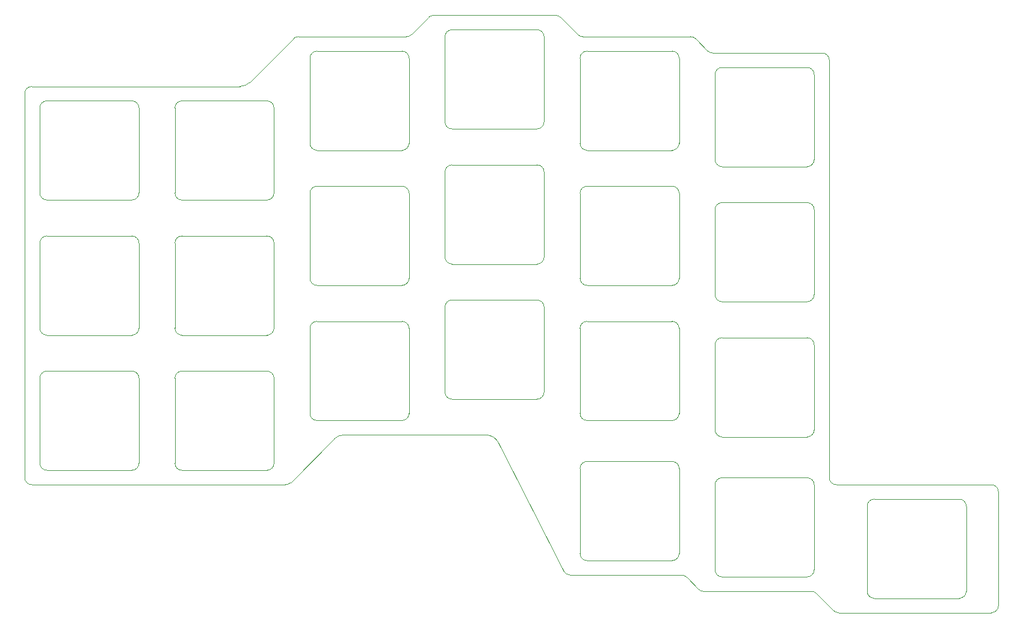
<source format=gm1>
G04 #@! TF.GenerationSoftware,KiCad,Pcbnew,7.0.2*
G04 #@! TF.CreationDate,2023-04-26T23:41:49+03:00*
G04 #@! TF.ProjectId,mriya-top-plate,6d726979-612d-4746-9f70-2d706c617465,0.9*
G04 #@! TF.SameCoordinates,Original*
G04 #@! TF.FileFunction,Profile,NP*
%FSLAX46Y46*%
G04 Gerber Fmt 4.6, Leading zero omitted, Abs format (unit mm)*
G04 Created by KiCad (PCBNEW 7.0.2) date 2023-04-26 23:41:49*
%MOMM*%
%LPD*%
G01*
G04 APERTURE LIST*
G04 #@! TA.AperFunction,Profile*
%ADD10C,0.100000*%
G04 #@! TD*
G04 #@! TA.AperFunction,Profile*
%ADD11C,0.120000*%
G04 #@! TD*
G04 APERTURE END LIST*
D10*
X145007100Y-121107114D02*
G75*
G03*
X145714214Y-121400000I707100J707114D01*
G01*
X144592893Y-43692893D02*
X146307107Y-45407107D01*
X95128427Y-99400000D02*
X115072309Y-99400000D01*
X164007121Y-124107093D02*
G75*
G03*
X164714214Y-124400000I707079J706993D01*
G01*
X143292879Y-119392907D02*
G75*
G03*
X142585786Y-119100000I-707079J-706993D01*
G01*
X51200000Y-106400000D02*
X86885786Y-106400000D01*
X126022151Y-118552637D02*
X116855699Y-100494726D01*
X161592879Y-121692907D02*
G75*
G03*
X160885786Y-121400000I-707079J-706993D01*
G01*
X164400000Y-106400000D02*
X186200000Y-106400000D01*
X163400000Y-46700000D02*
X163400000Y-105400000D01*
X87592893Y-106107107D02*
X93714214Y-99985786D01*
X164007107Y-124107107D02*
X161592893Y-121692893D01*
X95128427Y-99399978D02*
G75*
G03*
X93714214Y-99985786I73J-2000122D01*
G01*
X51200000Y-50400000D02*
X80471573Y-50400000D01*
X146307121Y-45407093D02*
G75*
G03*
X147014214Y-45700000I707079J706993D01*
G01*
X116855692Y-100494730D02*
G75*
G03*
X115072309Y-99400000I-1783392J-905270D01*
G01*
X145714214Y-121400000D02*
X160885786Y-121400000D01*
X107714214Y-40400000D02*
X124885786Y-40400000D01*
X88714214Y-43400000D02*
X103885786Y-43400000D01*
X107714214Y-40400039D02*
G75*
G03*
X107007107Y-40692893I-14J-1000061D01*
G01*
X187200000Y-123400000D02*
X187200000Y-107400000D01*
X86885786Y-106399961D02*
G75*
G03*
X87592893Y-106107107I14J1000061D01*
G01*
X125592893Y-40692893D02*
X128007107Y-43107107D01*
X107007107Y-40692893D02*
X104592893Y-43107107D01*
X163400000Y-46700000D02*
G75*
G03*
X162400000Y-45700000I-1000000J0D01*
G01*
X126022163Y-118552631D02*
G75*
G03*
X126913846Y-119100000I891637J452531D01*
G01*
X186200000Y-124400000D02*
G75*
G03*
X187200000Y-123400000I0J1000000D01*
G01*
X88007107Y-43692893D02*
X81885786Y-49814214D01*
X144592879Y-43692907D02*
G75*
G03*
X143885786Y-43400000I-707079J-706993D01*
G01*
X128007121Y-43107093D02*
G75*
G03*
X128714214Y-43400000I707079J706993D01*
G01*
X128714214Y-43400000D02*
X143885786Y-43400000D01*
X51200000Y-50400000D02*
G75*
G03*
X50200000Y-51400000I0J-1000000D01*
G01*
X145007107Y-121107107D02*
X143292893Y-119392893D01*
X50200000Y-51400000D02*
X50200000Y-105400000D01*
X164714214Y-124400000D02*
X186200000Y-124400000D01*
X125592900Y-40692886D02*
G75*
G03*
X124885786Y-40400000I-707100J-707114D01*
G01*
X103885786Y-43399961D02*
G75*
G03*
X104592893Y-43107107I14J1000061D01*
G01*
X50200000Y-105400000D02*
G75*
G03*
X51200000Y-106400000I1000000J0D01*
G01*
X187200000Y-107400000D02*
G75*
G03*
X186200000Y-106400000I-1000000J0D01*
G01*
X80471573Y-50400022D02*
G75*
G03*
X81885786Y-49814214I-73J2000122D01*
G01*
X142585786Y-119100000D02*
X126913846Y-119100000D01*
X147014214Y-45700000D02*
X162400000Y-45700000D01*
X88714214Y-43400039D02*
G75*
G03*
X88007107Y-43692893I-14J-1000061D01*
G01*
X163400000Y-105400000D02*
G75*
G03*
X164400000Y-106400000I1000000J0D01*
G01*
D11*
X90325000Y-46425000D02*
X90325000Y-58375000D01*
X91325000Y-45425000D02*
X103275000Y-45425000D01*
X91325000Y-59375000D02*
X103275000Y-59375000D01*
X104275000Y-46425000D02*
X104275000Y-58375000D01*
X91325000Y-45425000D02*
G75*
G03*
X90325000Y-46425000I3J-1000003D01*
G01*
X90325000Y-58375000D02*
G75*
G03*
X91325000Y-59375000I999999J-1D01*
G01*
X104275000Y-46425000D02*
G75*
G03*
X103275000Y-45425000I-1000000J0D01*
G01*
X103275000Y-59375000D02*
G75*
G03*
X104275000Y-58375000I0J1000000D01*
G01*
X147325000Y-48725000D02*
X147325000Y-60675000D01*
X148325000Y-47725000D02*
X160275000Y-47725000D01*
X148325000Y-61675000D02*
X160275000Y-61675000D01*
X161275000Y-48725000D02*
X161275000Y-60675000D01*
X148325000Y-47725000D02*
G75*
G03*
X147325000Y-48725000I3J-1000003D01*
G01*
X147325000Y-60675000D02*
G75*
G03*
X148325000Y-61675000I999999J-1D01*
G01*
X161275000Y-48725000D02*
G75*
G03*
X160275000Y-47725000I-1000000J0D01*
G01*
X160275000Y-61675000D02*
G75*
G03*
X161275000Y-60675000I0J1000000D01*
G01*
X168725000Y-109425000D02*
X168725000Y-121375000D01*
X169725000Y-108425000D02*
X181675000Y-108425000D01*
X169725000Y-122375000D02*
X181675000Y-122375000D01*
X182675000Y-109425000D02*
X182675000Y-121375000D01*
X169725000Y-108425000D02*
G75*
G03*
X168725000Y-109425000I3J-1000003D01*
G01*
X168725000Y-121375000D02*
G75*
G03*
X169725000Y-122375000I999999J-1D01*
G01*
X182675000Y-109425000D02*
G75*
G03*
X181675000Y-108425000I-1000000J0D01*
G01*
X181675000Y-122375000D02*
G75*
G03*
X182675000Y-121375000I0J1000000D01*
G01*
X52325000Y-72425000D02*
X52325000Y-84375000D01*
X53325000Y-71425000D02*
X65275000Y-71425000D01*
X53325000Y-85375000D02*
X65275000Y-85375000D01*
X66275000Y-72425000D02*
X66275000Y-84375000D01*
X53325000Y-71425000D02*
G75*
G03*
X52325000Y-72425000I3J-1000003D01*
G01*
X52325000Y-84375000D02*
G75*
G03*
X53325000Y-85375000I999999J-1D01*
G01*
X66275000Y-72425000D02*
G75*
G03*
X65275000Y-71425000I-1000000J0D01*
G01*
X65275000Y-85375000D02*
G75*
G03*
X66275000Y-84375000I0J1000000D01*
G01*
X109325000Y-43425000D02*
X109325000Y-55375000D01*
X110325000Y-42425000D02*
X122275000Y-42425000D01*
X110325000Y-56375000D02*
X122275000Y-56375000D01*
X123275000Y-43425000D02*
X123275000Y-55375000D01*
X110325000Y-42425000D02*
G75*
G03*
X109325000Y-43425000I3J-1000003D01*
G01*
X109325000Y-55375000D02*
G75*
G03*
X110325000Y-56375000I999999J-1D01*
G01*
X123275000Y-43425000D02*
G75*
G03*
X122275000Y-42425000I-1000000J0D01*
G01*
X122275000Y-56375000D02*
G75*
G03*
X123275000Y-55375000I0J1000000D01*
G01*
X71325000Y-91425000D02*
X71325000Y-103375000D01*
X72325000Y-90425000D02*
X84275000Y-90425000D01*
X72325000Y-104375000D02*
X84275000Y-104375000D01*
X85275000Y-91425000D02*
X85275000Y-103375000D01*
X72325000Y-90425000D02*
G75*
G03*
X71325000Y-91425000I3J-1000003D01*
G01*
X71325000Y-103375000D02*
G75*
G03*
X72325000Y-104375000I999999J-1D01*
G01*
X85275000Y-91425000D02*
G75*
G03*
X84275000Y-90425000I-1000000J0D01*
G01*
X84275000Y-104375000D02*
G75*
G03*
X85275000Y-103375000I0J1000000D01*
G01*
X71325000Y-72425000D02*
X71325000Y-84375000D01*
X72325000Y-71425000D02*
X84275000Y-71425000D01*
X72325000Y-85375000D02*
X84275000Y-85375000D01*
X85275000Y-72425000D02*
X85275000Y-84375000D01*
X72325000Y-71425000D02*
G75*
G03*
X71325000Y-72425000I3J-1000003D01*
G01*
X71325000Y-84375000D02*
G75*
G03*
X72325000Y-85375000I999999J-1D01*
G01*
X85275000Y-72425000D02*
G75*
G03*
X84275000Y-71425000I-1000000J0D01*
G01*
X84275000Y-85375000D02*
G75*
G03*
X85275000Y-84375000I0J1000000D01*
G01*
X52325000Y-53425000D02*
X52325000Y-65375000D01*
X53325000Y-52425000D02*
X65275000Y-52425000D01*
X53325000Y-66375000D02*
X65275000Y-66375000D01*
X66275000Y-53425000D02*
X66275000Y-65375000D01*
X53325000Y-52425000D02*
G75*
G03*
X52325000Y-53425000I3J-1000003D01*
G01*
X52325000Y-65375000D02*
G75*
G03*
X53325000Y-66375000I999999J-1D01*
G01*
X66275000Y-53425000D02*
G75*
G03*
X65275000Y-52425000I-1000000J0D01*
G01*
X65275000Y-66375000D02*
G75*
G03*
X66275000Y-65375000I0J1000000D01*
G01*
X90325000Y-84425000D02*
X90325000Y-96375000D01*
X91325000Y-83425000D02*
X103275000Y-83425000D01*
X91325000Y-97375000D02*
X103275000Y-97375000D01*
X104275000Y-84425000D02*
X104275000Y-96375000D01*
X91325000Y-83425000D02*
G75*
G03*
X90325000Y-84425000I3J-1000003D01*
G01*
X90325000Y-96375000D02*
G75*
G03*
X91325000Y-97375000I999999J-1D01*
G01*
X104275000Y-84425000D02*
G75*
G03*
X103275000Y-83425000I-1000000J0D01*
G01*
X103275000Y-97375000D02*
G75*
G03*
X104275000Y-96375000I0J1000000D01*
G01*
X147325000Y-86725000D02*
X147325000Y-98675000D01*
X148325000Y-85725000D02*
X160275000Y-85725000D01*
X148325000Y-99675000D02*
X160275000Y-99675000D01*
X161275000Y-86725000D02*
X161275000Y-98675000D01*
X148325000Y-85725000D02*
G75*
G03*
X147325000Y-86725000I3J-1000003D01*
G01*
X147325000Y-98675000D02*
G75*
G03*
X148325000Y-99675000I999999J-1D01*
G01*
X161275000Y-86725000D02*
G75*
G03*
X160275000Y-85725000I-1000000J0D01*
G01*
X160275000Y-99675000D02*
G75*
G03*
X161275000Y-98675000I0J1000000D01*
G01*
X71325000Y-53425000D02*
X71325000Y-65375000D01*
X72325000Y-52425000D02*
X84275000Y-52425000D01*
X72325000Y-66375000D02*
X84275000Y-66375000D01*
X85275000Y-53425000D02*
X85275000Y-65375000D01*
X72325000Y-52425000D02*
G75*
G03*
X71325000Y-53425000I3J-1000003D01*
G01*
X71325000Y-65375000D02*
G75*
G03*
X72325000Y-66375000I999999J-1D01*
G01*
X85275000Y-53425000D02*
G75*
G03*
X84275000Y-52425000I-1000000J0D01*
G01*
X84275000Y-66375000D02*
G75*
G03*
X85275000Y-65375000I0J1000000D01*
G01*
X52325000Y-91425000D02*
X52325000Y-103375000D01*
X53325000Y-90425000D02*
X65275000Y-90425000D01*
X53325000Y-104375000D02*
X65275000Y-104375000D01*
X66275000Y-91425000D02*
X66275000Y-103375000D01*
X53325000Y-90425000D02*
G75*
G03*
X52325000Y-91425000I3J-1000003D01*
G01*
X52325000Y-103375000D02*
G75*
G03*
X53325000Y-104375000I999999J-1D01*
G01*
X66275000Y-91425000D02*
G75*
G03*
X65275000Y-90425000I-1000000J0D01*
G01*
X65275000Y-104375000D02*
G75*
G03*
X66275000Y-103375000I0J1000000D01*
G01*
X109325000Y-62425000D02*
X109325000Y-74375000D01*
X110325000Y-61425000D02*
X122275000Y-61425000D01*
X110325000Y-75375000D02*
X122275000Y-75375000D01*
X123275000Y-62425000D02*
X123275000Y-74375000D01*
X110325000Y-61425000D02*
G75*
G03*
X109325000Y-62425000I3J-1000003D01*
G01*
X109325000Y-74375000D02*
G75*
G03*
X110325000Y-75375000I999999J-1D01*
G01*
X123275000Y-62425000D02*
G75*
G03*
X122275000Y-61425000I-1000000J0D01*
G01*
X122275000Y-75375000D02*
G75*
G03*
X123275000Y-74375000I0J1000000D01*
G01*
X109325000Y-81425000D02*
X109325000Y-93375000D01*
X110325000Y-80425000D02*
X122275000Y-80425000D01*
X110325000Y-94375000D02*
X122275000Y-94375000D01*
X123275000Y-81425000D02*
X123275000Y-93375000D01*
X110325000Y-80425000D02*
G75*
G03*
X109325000Y-81425000I3J-1000003D01*
G01*
X109325000Y-93375000D02*
G75*
G03*
X110325000Y-94375000I999999J-1D01*
G01*
X123275000Y-81425000D02*
G75*
G03*
X122275000Y-80425000I-1000000J0D01*
G01*
X122275000Y-94375000D02*
G75*
G03*
X123275000Y-93375000I0J1000000D01*
G01*
X128325000Y-104125000D02*
X128325000Y-116075000D01*
X129325000Y-103125000D02*
X141275000Y-103125000D01*
X129325000Y-117075000D02*
X141275000Y-117075000D01*
X142275000Y-104125000D02*
X142275000Y-116075000D01*
X129325000Y-103125000D02*
G75*
G03*
X128325000Y-104125000I3J-1000003D01*
G01*
X128325000Y-116075000D02*
G75*
G03*
X129325000Y-117075000I999999J-1D01*
G01*
X142275000Y-104125000D02*
G75*
G03*
X141275000Y-103125000I-1000000J0D01*
G01*
X141275000Y-117075000D02*
G75*
G03*
X142275000Y-116075000I0J1000000D01*
G01*
X90325000Y-65425000D02*
X90325000Y-77375000D01*
X91325000Y-64425000D02*
X103275000Y-64425000D01*
X91325000Y-78375000D02*
X103275000Y-78375000D01*
X104275000Y-65425000D02*
X104275000Y-77375000D01*
X91325000Y-64425000D02*
G75*
G03*
X90325000Y-65425000I3J-1000003D01*
G01*
X90325000Y-77375000D02*
G75*
G03*
X91325000Y-78375000I999999J-1D01*
G01*
X104275000Y-65425000D02*
G75*
G03*
X103275000Y-64425000I-1000000J0D01*
G01*
X103275000Y-78375000D02*
G75*
G03*
X104275000Y-77375000I0J1000000D01*
G01*
X128325000Y-46425000D02*
X128325000Y-58375000D01*
X129325000Y-45425000D02*
X141275000Y-45425000D01*
X129325000Y-59375000D02*
X141275000Y-59375000D01*
X142275000Y-46425000D02*
X142275000Y-58375000D01*
X129325000Y-45425000D02*
G75*
G03*
X128325000Y-46425000I3J-1000003D01*
G01*
X128325000Y-58375000D02*
G75*
G03*
X129325000Y-59375000I999999J-1D01*
G01*
X142275000Y-46425000D02*
G75*
G03*
X141275000Y-45425000I-1000000J0D01*
G01*
X141275000Y-59375000D02*
G75*
G03*
X142275000Y-58375000I0J1000000D01*
G01*
X147325000Y-67725000D02*
X147325000Y-79675000D01*
X148325000Y-66725000D02*
X160275000Y-66725000D01*
X148325000Y-80675000D02*
X160275000Y-80675000D01*
X161275000Y-67725000D02*
X161275000Y-79675000D01*
X148325000Y-66725000D02*
G75*
G03*
X147325000Y-67725000I3J-1000003D01*
G01*
X147325000Y-79675000D02*
G75*
G03*
X148325000Y-80675000I999999J-1D01*
G01*
X161275000Y-67725000D02*
G75*
G03*
X160275000Y-66725000I-1000000J0D01*
G01*
X160275000Y-80675000D02*
G75*
G03*
X161275000Y-79675000I0J1000000D01*
G01*
X147325000Y-106425000D02*
X147325000Y-118375000D01*
X148325000Y-105425000D02*
X160275000Y-105425000D01*
X148325000Y-119375000D02*
X160275000Y-119375000D01*
X161275000Y-106425000D02*
X161275000Y-118375000D01*
X148325000Y-105425000D02*
G75*
G03*
X147325000Y-106425000I3J-1000003D01*
G01*
X147325000Y-118375000D02*
G75*
G03*
X148325000Y-119375000I999999J-1D01*
G01*
X161275000Y-106425000D02*
G75*
G03*
X160275000Y-105425000I-1000000J0D01*
G01*
X160275000Y-119375000D02*
G75*
G03*
X161275000Y-118375000I0J1000000D01*
G01*
X128325000Y-65425000D02*
X128325000Y-77375000D01*
X129325000Y-64425000D02*
X141275000Y-64425000D01*
X129325000Y-78375000D02*
X141275000Y-78375000D01*
X142275000Y-65425000D02*
X142275000Y-77375000D01*
X129325000Y-64425000D02*
G75*
G03*
X128325000Y-65425000I3J-1000003D01*
G01*
X128325000Y-77375000D02*
G75*
G03*
X129325000Y-78375000I999999J-1D01*
G01*
X142275000Y-65425000D02*
G75*
G03*
X141275000Y-64425000I-1000000J0D01*
G01*
X141275000Y-78375000D02*
G75*
G03*
X142275000Y-77375000I0J1000000D01*
G01*
X128325000Y-84425000D02*
X128325000Y-96375000D01*
X129325000Y-83425000D02*
X141275000Y-83425000D01*
X129325000Y-97375000D02*
X141275000Y-97375000D01*
X142275000Y-84425000D02*
X142275000Y-96375000D01*
X129325000Y-83425000D02*
G75*
G03*
X128325000Y-84425000I3J-1000003D01*
G01*
X128325000Y-96375000D02*
G75*
G03*
X129325000Y-97375000I999999J-1D01*
G01*
X142275000Y-84425000D02*
G75*
G03*
X141275000Y-83425000I-1000000J0D01*
G01*
X141275000Y-97375000D02*
G75*
G03*
X142275000Y-96375000I0J1000000D01*
G01*
M02*

</source>
